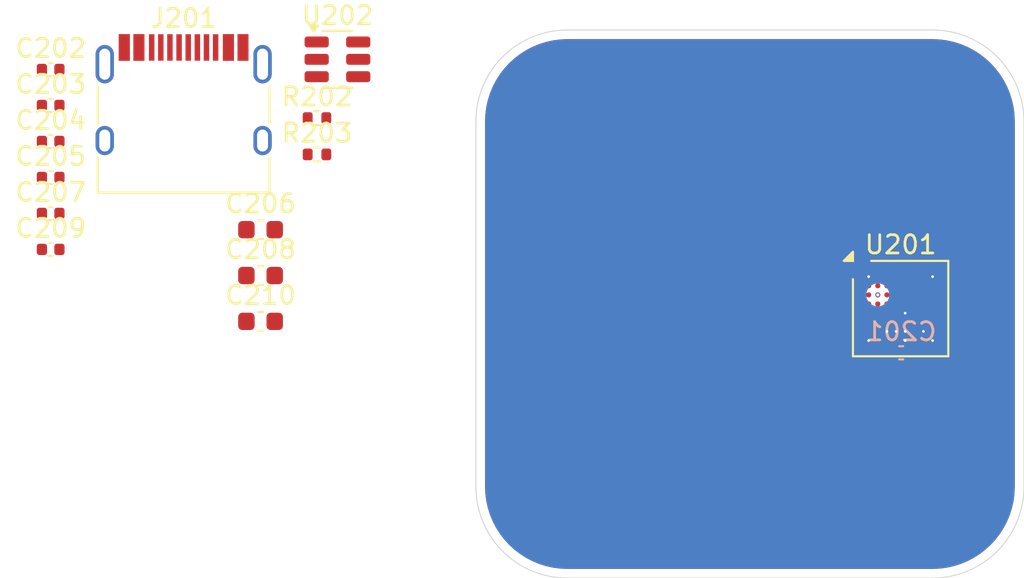
<source format=kicad_pcb>
(kicad_pcb (version 20240108) (generator "pcbnew") (generator_version "8.0")
  (layers (0 "F.Cu" signal) (1 "In1.Cu" signal "In1.Cu - GND") (2 "In2.Cu" signal "In2.Cu - Supply") (31 "B.Cu" signal) (34 "B.Paste" user) (35 "F.Paste" user) (36 "B.SilkS" user "B.Silkscreen") (37 "F.SilkS" user "F.Silkscreen") (38 "B.Mask" user) (39 "F.Mask" user) (44 "Edge.Cuts" user))
  (net 0 "")
  (net 1 "+3.3V")
  (net 2 "GND")
  (net 3 "+3.3VA")
  (net 4 "/STM32G4A1REI6_ref_design/D+")
  (net 5 "+5V")
  (net 7 "Net-(J201-CC1)")
  (net 8 "/STM32G4A1REI6_ref_design/D-")
  (net 9 "Net-(J201-CC2)")
  (net 11 "Net-(R202-Pad2)")
  (net 13 "/STM32G4A1REI6_ref_design/USB_DP")
  (net 19 "/STM32G4A1REI6_ref_design/SWO")
  (net 20 "/STM32G4A1REI6_ref_design/VCP_TX")
  (net 21 "/STM32G4A1REI6_ref_design/ENC_B")
  (net 23 "/STM32G4A1REI6_ref_design/UART_RX")
  (net 24 "/STM32G4A1REI6_ref_design/PWM_CH1N")
  (net 25 "/STM32G4A1REI6_ref_design/USR_LED_2")
  (net 26 "/STM32G4A1REI6_ref_design/PWM_CH2")
  (net 29 "/STM32G4A1REI6_ref_design/BOOT0")
  (net 31 "/STM32G4A1REI6_ref_design/PWM_CH1")
  (net 36 "/STM32G4A1REI6_ref_design/USR_LED_1")
  (net 39 "/STM32G4A1REI6_ref_design/USR_BTN_2")
  (net 44 "/STM32G4A1REI6_ref_design/USR_BTN_1")
  (net 46 "/STM32G4A1REI6_ref_design/SWDIO")
  (net 48 "/STM32G4A1REI6_ref_design/PWM_CH2N")
  (net 49 "Net-(U201-PF0)")
  (net 50 "/STM32G4A1REI6_ref_design/USB_DM")
  (net 51 "/STM32G4A1REI6_ref_design/VCP_RX")
  (net 52 "/STM32G4A1REI6_ref_design/UART_TX")
  (net 57 "/STM32G4A1REI6_ref_design/ENC_A")
  (net 58 "/STM32G4A1REI6_ref_design/NRST")
  (net 60 "/STM32G4A1REI6_ref_design/USR_LED_3")
  (net 61 "/STM32G4A1REI6_ref_design/SWCLK")
  (net 62 "Net-(U201-PF1)")
  (footprint "Capacitor_SMD:C_0603_1608Metric" (layer "F.Cu") (at 83.21 55.93)
    (property "Reference" "C206" (at 0 -1.43 0) (layer "F.SilkS"))
    (property "Value" "10u")
    (fp_line (start -0.14058 -0.51) (end 0.14058 -0.51) (stroke (width 0.12)) (layer "F.SilkS"))
    (fp_line (start -0.14058 0.51) (end 0.14058 0.51) (stroke (width 0.12)) (layer "F.SilkS"))
    (pad "1" smd roundrect (at -0.775 0) (size 0.9 0.95) (layers "F.Cu" "F.Paste" "F.Mask") (net 1 "+3.3V"))
    (pad "2" smd roundrect (at 0.775 0) (size 0.9 0.95) (layers "F.Cu" "F.Paste" "F.Mask") (net 2 "GND"))
  )
  (footprint "Capacitor_SMD:C_0603_1608Metric" (layer "F.Cu") (at 83.21 60.95)
    (property "Reference" "C210" (at 0 -1.43 0) (layer "F.SilkS"))
    (property "Value" "1u")
    (fp_line (start -0.14058 -0.51) (end 0.14058 -0.51) (stroke (width 0.12)) (layer "F.SilkS"))
    (fp_line (start -0.14058 0.51) (end 0.14058 0.51) (stroke (width 0.12)) (layer "F.SilkS"))
    (pad "1" smd roundrect (at -0.775 0) (size 0.9 0.95) (layers "F.Cu" "F.Paste" "F.Mask") (net 3 "+3.3VA"))
    (pad "2" smd roundrect (at 0.775 0) (size 0.9 0.95) (layers "F.Cu" "F.Paste" "F.Mask") (net 2 "GND"))
  )
  (footprint "Capacitor_SMD:C_0402_1005Metric" (layer "F.Cu") (at 71.72 55.04)
    (property "Reference" "C207" (at 0 -1.16 0) (layer "F.SilkS"))
    (property "Value" "100n")
    (fp_line (start -0.107836 -0.36) (end 0.107836 -0.36) (stroke (width 0.12)) (layer "F.SilkS"))
    (fp_line (start -0.107836 0.36) (end 0.107836 0.36) (stroke (width 0.12)) (layer "F.SilkS"))
    (pad "1" smd roundrect (at -0.48 0) (size 0.56 0.62) (layers "F.Cu" "F.Paste" "F.Mask") (net 3 "+3.3VA"))
    (pad "2" smd roundrect (at 0.48 0) (size 0.56 0.62) (layers "F.Cu" "F.Paste" "F.Mask") (net 2 "GND"))
  )
  (footprint "Connector_USB:USB_C_Receptacle_HRO_TYPE-C-31-M-12" (layer "F.Cu") (at 79 50)
    (property "Reference" "J201" (at 0 -5.645 0) (layer "F.SilkS"))
    (property "Value" "USB_C_Receptacle_USB2.0")
    (fp_line (start -4.7 -1.9) (end -4.7 0.1) (stroke (width 0.12)) (layer "F.SilkS"))
    (fp_line (start -4.7 2) (end -4.7 3.9) (stroke (width 0.12)) (layer "F.SilkS"))
    (fp_line (start -4.7 3.9) (end 4.7 3.9) (stroke (width 0.12)) (layer "F.SilkS"))
    (fp_line (start 4.7 -1.9) (end 4.7 0.1) (stroke (width 0.12)) (layer "F.SilkS"))
    (fp_line (start 4.7 2) (end 4.7 3.9) (stroke (width 0.12)) (layer "F.SilkS"))
    (pad "" np_thru_hole circle (at -2.89 -2.6) (size 0.65 0.65) (drill 0.65) (layers "*.Cu" "*.Mask"))
    (pad "" np_thru_hole circle (at 2.89 -2.6) (size 0.65 0.65) (drill 0.65) (layers "*.Cu" "*.Mask"))
    (pad "A1" smd rect (at -3.25 -4.045) (size 0.6 1.45) (layers "F.Cu" "F.Paste" "F.Mask") (net 2 "GND"))
    (pad "A4" smd rect (at -2.45 -4.045) (size 0.6 1.45) (layers "F.Cu" "F.Paste" "F.Mask") (net 5 "+5V"))
    (pad "A5" smd rect (at -1.25 -4.045) (size 0.3 1.45) (layers "F.Cu" "F.Paste" "F.Mask") (net 7 "Net-(J201-CC1)"))
    (pad "A6" smd rect (at -0.25 -4.045) (size 0.3 1.45) (layers "F.Cu" "F.Paste" "F.Mask") (net 4 "/STM32G4A1REI6_ref_design/D+"))
    (pad "A7" smd rect (at 0.25 -4.045) (size 0.3 1.45) (layers "F.Cu" "F.Paste" "F.Mask") (net 8 "/STM32G4A1REI6_ref_design/D-"))
    (pad "A8" smd rect (at 1.25 -4.045) (size 0.3 1.45) (layers "F.Cu" "F.Paste" "F.Mask"))
    (pad "A9" smd rect (at 2.45 -4.045) (size 0.6 1.45) (layers "F.Cu" "F.Paste" "F.Mask") (net 5 "+5V"))
    (pad "A12" smd rect (at 3.25 -4.045) (size 0.6 1.45) (layers "F.Cu" "F.Paste" "F.Mask") (net 2 "GND"))
    (pad "B1" smd rect (at 3.25 -4.045) (size 0.6 1.45) (layers "F.Cu" "F.Paste" "F.Mask") (net 2 "GND"))
    (pad "B4" smd rect (at 2.45 -4.045) (size 0.6 1.45) (layers "F.Cu" "F.Paste" "F.Mask") (net 5 "+5V"))
    (pad "B5" smd rect (at 1.75 -4.045) (size 0.3 1.45) (layers "F.Cu" "F.Paste" "F.Mask") (net 9 "Net-(J201-CC2)"))
    (pad "B6" smd rect (at 0.75 -4.045) (size 0.3 1.45) (layers "F.Cu" "F.Paste" "F.Mask") (net 4 "/STM32G4A1REI6_ref_design/D+"))
    (pad "B7" smd rect (at -0.75 -4.045) (size 0.3 1.45) (layers "F.Cu" "F.Paste" "F.Mask") (net 8 "/STM32G4A1REI6_ref_design/D-"))
    (pad "B8" smd rect (at -1.75 -4.045) (size 0.3 1.45) (layers "F.Cu" "F.Paste" "F.Mask"))
    (pad "B9" smd rect (at -2.45 -4.045) (size 0.6 1.45) (layers "F.Cu" "F.Paste" "F.Mask") (net 5 "+5V"))
    (pad "B12" smd rect (at -3.25 -4.045) (size 0.6 1.45) (layers "F.Cu" "F.Paste" "F.Mask") (net 2 "GND"))
    (pad "S1" thru_hole oval (at -4.32 -3.13) (size 1 2.1) (drill oval 0.6 1.7) (layers "*.Cu" "*.Mask") (net 2 "GND"))
    (pad "S1" thru_hole oval (at -4.32 1.05) (size 1 1.6) (drill oval 0.6 1.2) (layers "*.Cu" "*.Mask") (net 2 "GND"))
    (pad "S1" thru_hole oval (at 4.32 -3.13) (size 1 2.1) (drill oval 0.6 1.7) (layers "*.Cu" "*.Mask") (net 2 "GND"))
    (pad "S1" thru_hole oval (at 4.32 1.05) (size 1 1.6) (drill oval 0.6 1.2) (layers "*.Cu" "*.Mask") (net 2 "GND"))
  )
  (footprint "Package_TO_SOT_SMD:SOT-23-6" (layer "F.Cu") (at 87.42 46.605)
    (property "Reference" "U202" (at 0 -2.4 0) (layer "F.SilkS"))
    (property "Value" "USBLC6-2SC6")
    (fp_line (start 0 -1.56) (end -0.8 -1.56) (stroke (width 0.12)) (layer "F.SilkS"))
    (fp_line (start 0 -1.56) (end 0.8 -1.56) (stroke (width 0.12)) (layer "F.SilkS"))
    (fp_line (start 0 1.56) (end -0.8 1.56) (stroke (width 0.12)) (layer "F.SilkS"))
    (fp_line (start 0 1.56) (end 0.8 1.56) (stroke (width 0.12)) (layer "F.SilkS"))
    (fp_poly (pts (xy -1.3 -1.51) (xy -1.54 -1.84) (xy -1.06 -1.84) (xy -1.3 -1.51)) (stroke (width 0.12)) (fill solid) (layer "F.SilkS"))
    (pad "1" smd roundrect (at -1.1375 -0.95) (size 1.325 0.6) (layers "F.Cu" "F.Paste" "F.Mask") (net 13 "/STM32G4A1REI6_ref_design/USB_DP"))
    (pad "2" smd roundrect (at -1.1375 0) (size 1.325 0.6) (layers "F.Cu" "F.Paste" "F.Mask") (net 2 "GND"))
    (pad "3" smd roundrect (at -1.1375 0.95) (size 1.325 0.6) (layers "F.Cu" "F.Paste" "F.Mask") (net 50 "/STM32G4A1REI6_ref_design/USB_DM"))
    (pad "4" smd roundrect (at 1.1375 0.95) (size 1.325 0.6) (layers "F.Cu" "F.Paste" "F.Mask") (net 8 "/STM32G4A1REI6_ref_design/D-"))
    (pad "5" smd roundrect (at 1.1375 0) (size 1.325 0.6) (layers "F.Cu" "F.Paste" "F.Mask") (net 5 "+5V"))
    (pad "6" smd roundrect (at 1.1375 -0.95) (size 1.325 0.6) (layers "F.Cu" "F.Paste" "F.Mask") (net 4 "/STM32G4A1REI6_ref_design/D+"))
  )
  (footprint "Capacitor_SMD:C_0402_1005Metric" (layer "F.Cu") (at 71.72 47.16)
    (property "Reference" "C202" (at 0 -1.16 0) (layer "F.SilkS"))
    (property "Value" "100n")
    (fp_line (start -0.107836 -0.36) (end 0.107836 -0.36) (stroke (width 0.12)) (layer "F.SilkS"))
    (fp_line (start -0.107836 0.36) (end 0.107836 0.36) (stroke (width 0.12)) (layer "F.SilkS"))
    (pad "1" smd roundrect (at -0.48 0) (size 0.56 0.62) (layers "F.Cu" "F.Paste" "F.Mask") (net 1 "+3.3V"))
    (pad "2" smd roundrect (at 0.48 0) (size 0.56 0.62) (layers "F.Cu" "F.Paste" "F.Mask") (net 2 "GND"))
  )
  (footprint "Resistor_SMD:R_0402_1005Metric" (layer "F.Cu") (at 86.3 51.81)
    (property "Reference" "R203" (at 0 -1.17 0) (layer "F.SilkS"))
    (property "Value" "5.1k")
    (fp_line (start -0.153641 -0.38) (end 0.153641 -0.38) (stroke (width 0.12)) (layer "F.SilkS"))
    (fp_line (start -0.153641 0.38) (end 0.153641 0.38) (stroke (width 0.12)) (layer "F.SilkS"))
    (pad "1" smd roundrect (at -0.51 0) (size 0.54 0.64) (layers "F.Cu" "F.Paste" "F.Mask") (net 9 "Net-(J201-CC2)"))
    (pad "2" smd roundrect (at 0.51 0) (size 0.54 0.64) (layers "F.Cu" "F.Paste" "F.Mask") (net 11 "Net-(R202-Pad2)"))
  )
  (footprint "Capacitor_SMD:C_0402_1005Metric" (layer "F.Cu") (at 71.72 53.07)
    (property "Reference" "C205" (at 0 -1.16 0) (layer "F.SilkS"))
    (property "Value" "100n")
    (fp_line (start -0.107836 -0.36) (end 0.107836 -0.36) (stroke (width 0.12)) (layer "F.SilkS"))
    (fp_line (start -0.107836 0.36) (end 0.107836 0.36) (stroke (width 0.12)) (layer "F.SilkS"))
    (pad "1" smd roundrect (at -0.48 0) (size 0.56 0.62) (layers "F.Cu" "F.Paste" "F.Mask") (net 1 "+3.3V"))
    (pad "2" smd roundrect (at 0.48 0) (size 0.56 0.62) (layers "F.Cu" "F.Paste" "F.Mask") (net 2 "GND"))
  )
  (footprint "Package_BGA:UFBGA-64_5x5mm_Layout8x8_P0.5mm" (layer "F.Cu") (at 118.25 60.25)
    (property "Reference" "U201" (at 0 -3.5 0) (layer "F.SilkS"))
    (property "Value" "STM32G4A1REIx")
    (fp_line (start -2.61 2.61) (end -2.61 -1.61) (stroke (width 0.12)) (layer "F.SilkS"))
    (fp_line (start -1.61 -2.61) (end 2.61 -2.61) (stroke (width 0.12)) (layer "F.SilkS"))
    (fp_line (start 2.61 -2.61) (end 2.61 2.61) (stroke (width 0.12)) (layer "F.SilkS"))
    (fp_line (start 2.61 2.61) (end -2.61 2.61) (stroke (width 0.12)) (layer "F.SilkS"))
    (fp_poly (pts (xy -2.61 -2.61) (xy -3.11 -2.61) (xy -2.61 -3.11) (xy -2.61 -2.61)) (stroke (width 0.12)) (fill solid) (layer "F.SilkS"))
    (pad "A1" smd circle (at -1.75 -1.75) (size 0.28 0.28) (property pad_prop_bga) (layers "F.Cu" "F.Paste" "F.Mask") (net 1 "+3.3V"))
    (pad "A2" smd circle (at -1.25 -1.75) (size 0.28 0.28) (property pad_prop_bga) (layers "F.Cu" "F.Paste" "F.Mask"))
    (pad "A3" smd circle (at -0.75 -1.75) (size 0.28 0.28) (property pad_prop_bga) (layers "F.Cu" "F.Paste" "F.Mask") (net 23 "/STM32G4A1REI6_ref_design/UART_RX"))
    (pad "A4" smd circle (at -0.25 -1.75) (size 0.28 0.28) (property pad_prop_bga) (layers "F.Cu" "F.Paste" "F.Mask") (net 52 "/STM32G4A1REI6_ref_design/UART_TX"))
    (pad "A5" smd circle (at 0.25 -1.75) (size 0.28 0.28) (property pad_prop_bga) (layers "F.Cu" "F.Paste" "F.Mask") (net 19 "/STM32G4A1REI6_ref_design/SWO"))
    (pad "A6" smd circle (at 0.75 -1.75) (size 0.28 0.28) (property pad_prop_bga) (layers "F.Cu" "F.Paste" "F.Mask") (net 44 "/STM32G4A1REI6_ref_design/USR_BTN_1"))
    (pad "A7" smd circle (at 1.25 -1.75) (size 0.28 0.28) (property pad_prop_bga) (layers "F.Cu" "F.Paste" "F.Mask") (net 39 "/STM32G4A1REI6_ref_design/USR_BTN_2"))
    (pad "A8" smd circle (at 1.75 -1.75) (size 0.28 0.28) (property pad_prop_bga) (layers "F.Cu" "F.Paste" "F.Mask") (net 1 "+3.3V"))
    (pad "B1" smd circle (at -1.75 -1.25) (size 0.28 0.28) (property pad_prop_bga) (layers "F.Cu" "F.Paste" "F.Mask") (net 24 "/STM32G4A1REI6_ref_design/PWM_CH1N"))
    (pad "B2" smd circle (at -1.25 -1.25) (size 0.28 0.28) (property pad_prop_bga) (layers "F.Cu" "F.Paste" "F.Mask") (net 2 "GND"))
    (pad "B3" smd circle (at -0.75 -1.25) (size 0.28 0.28) (property pad_prop_bga) (layers "F.Cu" "F.Paste" "F.Mask") (net 29 "/STM32G4A1REI6_ref_design/BOOT0"))
    (pad "B4" smd circle (at -0.25 -1.25) (size 0.28 0.28) (property pad_prop_bga) (layers "F.Cu" "F.Paste" "F.Mask"))
    (pad "B5" smd circle (at 0.25 -1.25) (size 0.28 0.28) (property pad_prop_bga) (layers "F.Cu" "F.Paste" "F.Mask"))
    (pad "B6" smd circle (at 0.75 -1.25) (size 0.28 0.28) (property pad_prop_bga) (layers "F.Cu" "F.Paste" "F.Mask"))
    (pad "B7" smd circle (at 1.25 -1.25) (size 0.28 0.28) (property pad_prop_bga) (layers "F.Cu" "F.Paste" "F.Mask") (net 2 "GND"))
    (pad "B8" smd circle (at 1.75 -1.25) (size 0.28 0.28) (property pad_prop_bga) (layers "F.Cu" "F.Paste" "F.Mask") (net 13 "/STM32G4A1REI6_ref_design/USB_DP"))
    (pad "C1" smd circle (at -1.75 -0.75) (size 0.28 0.28) (property pad_prop_bga) (layers "F.Cu" "F.Paste" "F.Mask"))
    (pad "C2" smd circle (at -1.25 -0.75) (size 0.28 0.28) (property pad_prop_bga) (layers "F.Cu" "F.Paste" "F.Mask") (net 1 "+3.3V"))
    (pad "C3" smd circle (at -0.75 -0.75) (size 0.28 0.28) (property pad_prop_bga) (layers "F.Cu" "F.Paste" "F.Mask") (net 26 "/STM32G4A1REI6_ref_design/PWM_CH2"))
    (pad "C4" smd circle (at -0.25 -0.75) (size 0.28 0.28) (property pad_prop_bga) (layers "F.Cu" "F.Paste" "F.Mask"))
    (pad "C5" smd circle (at 0.25 -0.75) (size 0.28 0.28) (property pad_prop_bga) (layers "F.Cu" "F.Paste" "F.Mask"))
    (pad "C6" smd circle (at 0.75 -0.75) (size 0.28 0.28) (property pad_prop_bga) (layers "F.Cu" "F.Paste" "F.Mask") (net 61 "/STM32G4A1REI6_ref_design/SWCLK"))
    (pad "C7" smd circle (at 1.25 -0.75) (size 0.28 0.28) (property pad_prop_bga) (layers "F.Cu" "F.Paste" "F.Mask") (net 46 "/STM32G4A1REI6_ref_design/SWDIO"))
    (pad "C8" smd circle (at 1.75 -0.75) (size 0.28 0.28) (property pad_prop_bga) (layers "F.Cu" "F.Paste" "F.Mask") (net 50 "/STM32G4A1REI6_ref_design/USB_DM"))
    (pad "D1" smd circle (at -1.75 -0.25) (size 0.28 0.28) (property pad_prop_bga) (layers "F.Cu" "F.Paste" "F.Mask"))
    (pad "D2" smd circle (at -1.25 -0.25) (size 0.28 0.28) (property pad_prop_bga) (layers "F.Cu" "F.Paste" "F.Mask") (net 58 "/STM32G4A1REI6_ref_design/NRST"))
    (pad "D3" smd circle (at -0.75 -0.25) (size 0.28 0.28) (property pad_prop_bga) (layers "F.Cu" "F.Paste" "F.Mask"))
    (pad "D4" smd circle (at -0.25 -0.25) (size 0.28 0.28) (property pad_prop_bga) (layers "F.Cu" "F.Paste" "F.Mask"))
    (pad "D5" smd circle (at 0.25 -0.25) (size 0.28 0.28) (property pad_prop_bga) (layers "F.Cu" "F.Paste" "F.Mask"))
    (pad "D6" smd circle (at 0.75 -0.25) (size 0.28 0.28) (property pad_prop_bga) (layers "F.Cu" "F.Paste" "F.Mask"))
    (pad "D7" smd circle (at 1.25 -0.25) (size 0.28 0.28) (property pad_prop_bga) (layers "F.Cu" "F.Paste" "F.Mask"))
    (pad "D8" smd circle (at 1.75 -0.25) (size 0.28 0.28) (property pad_prop_bga) (layers "F.Cu" "F.Paste" "F.Mask"))
    (pad "E1" smd circle (at -1.75 0.25) (size 0.28 0.28) (property pad_prop_bga) (layers "F.Cu" "F.Paste" "F.Mask") (net 49 "Net-(U201-PF0)"))
    (pad "E2" smd circle (at -1.25 0.25) (size 0.28 0.28) (property pad_prop_bga) (layers "F.Cu" "F.Paste" "F.Mask") (net 31 "/STM32G4A1REI6_ref_design/PWM_CH1"))
    (pad "E3" smd circle (at -0.75 0.25) (size 0.28 0.28) (property pad_prop_bga) (layers "F.Cu" "F.Paste" "F.Mask"))
    (pad "E4" smd circle (at -0.25 0.25) (size 0.28 0.28) (property pad_prop_bga) (layers "F.Cu" "F.Paste" "F.Mask"))
    (pad "E5" smd circle (at 0.25 0.25) (size 0.28 0.28) (property pad_prop_bga) (layers "F.Cu" "F.Paste" "F.Mask") (net 48 "/STM32G4A1REI6_ref_design/PWM_CH2N"))
    (pad "E6" smd circle (at 0.75 0.25) (size 0.28 0.28) (property pad_prop_bga) (layers "F.Cu" "F.Paste" "F.Mask"))
    (pad "E7" smd circle (at 1.25 0.25) (size 0.28 0.28) (property pad_prop_bga) (layers "F.Cu" "F.Paste" "F.Mask"))
    (pad "E8" smd circle (at 1.75 0.25) (size 0.28 0.28) (property pad_prop_bga) (layers "F.Cu" "F.Paste" "F.Mask") (net 36 "/STM32G4A1REI6_ref_design/USR_LED_1"))
    (pad "F1" smd circle (at -1.75 0.75) (size 0.28 0.28) (property pad_prop_bga) (layers "F.Cu" "F.Paste" "F.Mask") (net 62 "Net-(U201-PF1)"))
    (pad "F2" smd circle (at -1.25 0.75) (size 0.28 0.28) (property pad_prop_bga) (layers "F.Cu" "F.Paste" "F.Mask"))
    (pad "F3" smd circle (at -0.75 0.75) (size 0.28 0.28) (property pad_prop_bga) (layers "F.Cu" "F.Paste" "F.Mask"))
    (pad "F4" smd circle (at -0.25 0.75) (size 0.28 0.28) (property pad_prop_bga) (layers "F.Cu" "F.Paste" "F.Mask"))
    (pad "F5" smd circle (at 0.25 0.75) (size 0.28 0.28) (property pad_prop_bga) (layers "F.Cu" "F.Paste" "F.Mask"))
    (pad "F6" smd circle (at 0.75 0.75) (size 0.28 0.28) (property pad_prop_bga) (layers "F.Cu" "F.Paste" "F.Mask"))
    (pad "F7" smd circle (at 1.25 0.75) (size 0.28 0.28) (property pad_prop_bga) (layers "F.Cu" "F.Paste" "F.Mask"))
    (pad "F8" smd circle (at 1.75 0.75) (size 0.28 0.28) (property pad_prop_bga) (layers "F.Cu" "F.Paste" "F.Mask") (net 25 "/STM32G4A1REI6_ref_design/USR_LED_2"))
    (pad "G1" smd circle (at -1.75 1.25) (size 0.28 0.28) (property pad_prop_bga) (layers "F.Cu" "F.Paste" "F.Mask"))
    (pad "G2" smd circle (at -1.25 1.25) (size 0.28 0.28) (property pad_prop_bga) (layers "F.Cu" "F.Paste" "F.Mask") (net 2 "GND"))
    (pad "G3" smd circle (at -0.75 1.25) (size 0.28 0.28) (property pad_prop_bga) (layers "F.Cu" "F.Paste" "F.Mask") (net 57 "/STM32G4A1REI6_ref_design/ENC_A"))
    (pad "G4" smd circle (at -0.25 1.25) (size 0.28 0.28) (property pad_prop_bga) (layers "F.Cu" "F.Paste" "F.Mask") (net 2 "GND"))
    (pad "G5" smd circle (at 0.25 1.25) (size 0.28 0.28) (property pad_prop_bga) (layers "F.Cu" "F.Paste" "F.Mask") (net 1 "+3.3V"))
    (pad "G6" smd circle (at 0.75 1.25) (size 0.28 0.28) (property pad_prop_bga) (layers "F.Cu" "F.Paste" "F.Mask"))
    (pad "G7" smd circle (at 1.25 1.25) (size 0.28 0.28) (property pad_prop_bga) (layers "F.Cu" "F.Paste" "F.Mask") (net 2 "GND"))
    (pad "G8" smd circle (at 1.75 1.25) (size 0.28 0.28) (property pad_prop_bga) (layers "F.Cu" "F.Paste" "F.Mask") (net 60 "/STM32G4A1REI6_ref_design/USR_LED_3"))
    (pad "H1" smd circle (at -1.75 1.75) (size 0.28 0.28) (property pad_prop_bga) (layers "F.Cu" "F.Paste" "F.Mask") (net 1 "+3.3V"))
    (pad "H2" smd circle (at -1.25 1.75) (size 0.28 0.28) (property pad_prop_bga) (layers "F.Cu" "F.Paste" "F.Mask") (net 51 "/STM32G4A1REI6_ref_design/VCP_RX"))
    (pad "H3" smd circle (at -0.75 1.75) (size 0.28 0.28) (property pad_prop_bga) (layers "F.Cu" "F.Paste" "F.Mask") (net 21 "/STM32G4A1REI6_ref_design/ENC_B"))
    (pad "H4" smd circle (at -0.25 1.75) (size 0.28 0.28) (property pad_prop_bga) (layers "F.Cu" "F.Paste" "F.Mask"))
    (pad "H5" smd circle (at 0.25 1.75) (size 0.28 0.28) (property pad_prop_bga) (layers "F.Cu" "F.Paste" "F.Mask") (net 1 "+3.3V"))
    (pad "H6" smd circle (at 0.75 1.75) (size 0.28 0.28) (property pad_prop_bga) (layers "F.Cu" "F.Paste" "F.Mask"))
    (pad "H7" smd circle (at 1.25 1.75) (size 0.28 0.28) (property pad_prop_bga) (layers "F.Cu" "F.Paste" "F.Mask") (net 20 "/STM32G4A1REI6_ref_design/VCP_TX"))
    (pad "H8" smd circle (at 1.75 1.75) (size 0.28 0.28) (property pad_prop_bga) (layers "F.Cu" "F.Paste" "F.Mask") (net 1 "+3.3V"))
  )
  (footprint "Capacitor_SMD:C_0402_1005Metric" (layer "F.Cu") (at 71.72 51.1)
    (property "Reference" "C204" (at 0 -1.16 0) (layer "F.SilkS"))
    (property "Value" "100n")
    (fp_line (start -0.107836 -0.36) (end 0.107836 -0.36) (stroke (width 0.12)) (layer "F.SilkS"))
    (fp_line (start -0.107836 0.36) (end 0.107836 0.36) (stroke (width 0.12)) (layer "F.SilkS"))
    (pad "1" smd roundrect (at -0.48 0) (size 0.56 0.62) (layers "F.Cu" "F.Paste" "F.Mask") (net 1 "+3.3V"))
    (pad "2" smd roundrect (at 0.48 0) (size 0.56 0.62) (layers "F.Cu" "F.Paste" "F.Mask") (net 2 "GND"))
  )
  (footprint "Capacitor_SMD:C_0402_1005Metric" (layer "F.Cu") (at 71.72 49.13)
    (property "Reference" "C203" (at 0 -1.16 0) (layer "F.SilkS"))
    (property "Value" "100n")
    (fp_line (start -0.107836 -0.36) (end 0.107836 -0.36) (stroke (width 0.12)) (layer "F.SilkS"))
    (fp_line (start -0.107836 0.36) (end 0.107836 0.36) (stroke (width 0.12)) (layer "F.SilkS"))
    (pad "1" smd roundrect (at -0.48 0) (size 0.56 0.62) (layers "F.Cu" "F.Paste" "F.Mask") (net 1 "+3.3V"))
    (pad "2" smd roundrect (at 0.48 0) (size 0.56 0.62) (layers "F.Cu" "F.Paste" "F.Mask") (net 2 "GND"))
  )
  (footprint "Capacitor_SMD:C_0603_1608Metric" (layer "F.Cu") (at 83.21 58.44)
    (property "Reference" "C208" (at 0 -1.43 0) (layer "F.SilkS"))
    (property "Value" "1u")
    (fp_line (start -0.14058 -0.51) (end 0.14058 -0.51) (stroke (width 0.12)) (layer "F.SilkS"))
    (fp_line (start -0.14058 0.51) (end 0.14058 0.51) (stroke (width 0.12)) (layer "F.SilkS"))
    (pad "1" smd roundrect (at -0.775 0) (size 0.9 0.95) (layers "F.Cu" "F.Paste" "F.Mask") (net 3 "+3.3VA"))
    (pad "2" smd roundrect (at 0.775 0) (size 0.9 0.95) (layers "F.Cu" "F.Paste" "F.Mask") (net 2 "GND"))
  )
  (footprint "Resistor_SMD:R_0402_1005Metric" (layer "F.Cu") (at 86.3 49.82)
    (property "Reference" "R202" (at 0 -1.17 0) (layer "F.SilkS"))
    (property "Value" "5.1k")
    (fp_line (start -0.153641 -0.38) (end 0.153641 -0.38) (stroke (width 0.12)) (layer "F.SilkS"))
    (fp_line (start -0.153641 0.38) (end 0.153641 0.38) (stroke (width 0.12)) (layer "F.SilkS"))
    (pad "1" smd roundrect (at -0.51 0) (size 0.54 0.64) (layers "F.Cu" "F.Paste" "F.Mask") (net 7 "Net-(J201-CC1)"))
    (pad "2" smd roundrect (at 0.51 0) (size 0.54 0.64) (layers "F.Cu" "F.Paste" "F.Mask") (net 11 "Net-(R202-Pad2)"))
  )
  (footprint "Capacitor_SMD:C_0402_1005Metric" (layer "F.Cu") (at 71.72 57.01)
    (property "Reference" "C209" (at 0 -1.16 0) (layer "F.SilkS"))
    (property "Value" "100n")
    (fp_line (start -0.107836 -0.36) (end 0.107836 -0.36) (stroke (width 0.12)) (layer "F.SilkS"))
    (fp_line (start -0.107836 0.36) (end 0.107836 0.36) (stroke (width 0.12)) (layer "F.SilkS"))
    (pad "1" smd roundrect (at -0.48 0) (size 0.56 0.62) (layers "F.Cu" "F.Paste" "F.Mask") (net 3 "+3.3VA"))
    (pad "2" smd roundrect (at 0.48 0) (size 0.56 0.62) (layers "F.Cu" "F.Paste" "F.Mask") (net 2 "GND"))
  )
  (footprint "Capacitor_SMD:C_0402_1005Metric" (layer "B.Cu") (at 118.28 62.67 180)
    (property "Reference" "C201" (at 0 1.16 360) (layer "B.SilkS") (effects (justify mirror)))
    (property "Value" "100n")
    (fp_line (start 0.107836 0.36) (end -0.107836 0.36) (stroke (width 0.12)) (layer "B.SilkS"))
    (fp_line (start 0.107836 -0.36) (end -0.107836 -0.36) (stroke (width 0.12)) (layer "B.SilkS"))
    (pad "1" smd roundrect (at -0.48 0 180) (size 0.56 0.62) (layers "B.Cu" "B.Paste" "B.Mask") (net 1 "+3.3V"))
    (pad "2" smd roundrect (at 0.48 0 180) (size 0.56 0.62) (layers "B.Cu" "B.Paste" "B.Mask") (net 2 "GND"))
  )
  (gr_arc (start 100 75) (mid 96.464466 73.535534) (end 95 70) (stroke (width 0.05)) (layer "Edge.Cuts"))
  (gr_line (start 95 70) (end 95 50) (stroke (width 0.05)) (layer "Edge.Cuts"))
  (gr_line (start 100 45) (end 120 45) (stroke (width 0.05)) (layer "Edge.Cuts"))
  (gr_line (start 120 75) (end 100 75) (stroke (width 0.05)) (layer "Edge.Cuts"))
  (gr_arc (start 95 50) (mid 96.464466 46.464466) (end 100 45) (stroke (width 0.05)) (layer "Edge.Cuts"))
  (gr_arc (start 120 45) (mid 123.535534 46.464466) (end 125 50) (stroke (width 0.05)) (layer "Edge.Cuts"))
  (gr_arc (start 125 70) (mid 123.535534 73.535534) (end 120 75) (stroke (width 0.05)) (layer "Edge.Cuts"))
  (gr_line (start 125 50) (end 125 70) (stroke (width 0.05)) (layer "Edge.Cuts"))
  (via (at 117 59.5) (size 0.25) (drill 0.15) (layers "F.Cu" "B.Cu") (net 1))
  (via (at 118.5 61.5) (size 0.25) (drill 0.15) (layers "F.Cu" "B.Cu") (net 1))
  (via (at 120 58.5) (size 0.25) (drill 0.15) (layers "F.Cu" "B.Cu") (net 1))
  (via (at 120 62) (size 0.25) (drill 0.15) (layers "F.Cu" "B.Cu") (net 1))
  (via (at 118.5 62) (size 0.25) (drill 0.15) (layers "F.Cu" "B.Cu") (net 1))
  (via (at 116.5 62) (size 0.25) (drill 0.15) (layers "F.Cu" "B.Cu") (net 1))
  (via (at 116.5 58.5) (size 0.25) (drill 0.15) (layers "F.Cu" "B.Cu") (net 1))
  (segment (start 118.5 62.33) (end 118.86 62.69) (width 0.16) (layer "B.Cu") (net 1))
  (segment (start 118.5 61.5) (end 118.5 62) (width 0.16) (layer "B.Cu") (net 1))
  (segment (start 118.5 62) (end 118.5 62.33) (width 0.16) (layer "B.Cu") (net 1))
  (via (at 119.5 61.5) (size 0.25) (drill 0.15) (layers "F.Cu" "B.Cu") (net 2))
  (via (at 118 61.5) (size 0.25) (drill 0.15) (layers "F.Cu" "B.Cu") (net 2))
  (segment (start 118 62.59) (end 117.9 62.69) (width 0.16) (layer "B.Cu") (net 2))
  (segment (start 118 61.5) (end 118 62.59) (width 0.16) (layer "B.Cu") (net 2))
  (via (at 118.5 60.5) (size 0.25) (drill 0.15) (layers "F.Cu" "B.Cu") (net 48))
  (via (at 117.5 61.5) (size 0.25) (drill 0.15) (layers "F.Cu" "B.Cu") (net 57))
  (zone (net 2) (net_name "GND") (layers "F.Cu" "In1.Cu" "B.Cu") (connect_pads (clearance 0.5)) (min_thickness 0.25) (fill yes (thermal_gap 0.5) (thermal_bridge_width 0.5))
    (polygon (pts (xy 95 45) (xy 125 45) (xy 125 75) (xy 95 75)))
  )
)
</source>
